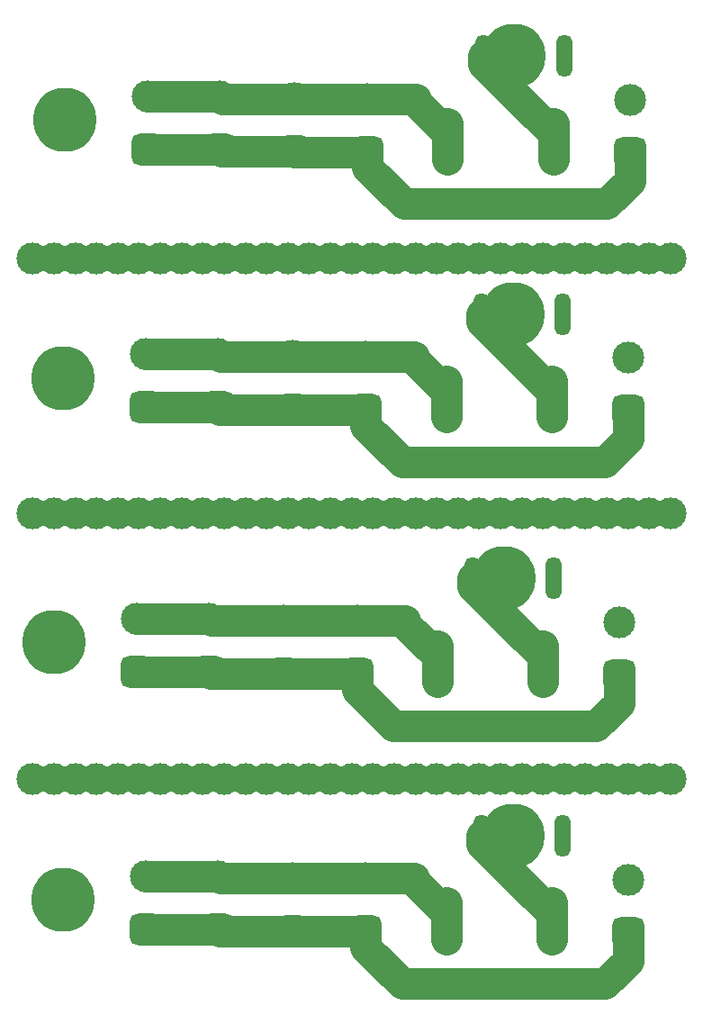
<source format=gbr>
%TF.GenerationSoftware,KiCad,Pcbnew,8.0.6*%
%TF.CreationDate,2024-11-20T20:18:15-05:00*%
%TF.ProjectId,RailsidePDB,5261696c-7369-4646-9550-44422e6b6963,rev?*%
%TF.SameCoordinates,Original*%
%TF.FileFunction,Copper,L2,Bot*%
%TF.FilePolarity,Positive*%
%FSLAX46Y46*%
G04 Gerber Fmt 4.6, Leading zero omitted, Abs format (unit mm)*
G04 Created by KiCad (PCBNEW 8.0.6) date 2024-11-20 20:18:15*
%MOMM*%
%LPD*%
G01*
G04 APERTURE LIST*
G04 Aperture macros list*
%AMRoundRect*
0 Rectangle with rounded corners*
0 $1 Rounding radius*
0 $2 $3 $4 $5 $6 $7 $8 $9 X,Y pos of 4 corners*
0 Add a 4 corners polygon primitive as box body*
4,1,4,$2,$3,$4,$5,$6,$7,$8,$9,$2,$3,0*
0 Add four circle primitives for the rounded corners*
1,1,$1+$1,$2,$3*
1,1,$1+$1,$4,$5*
1,1,$1+$1,$6,$7*
1,1,$1+$1,$8,$9*
0 Add four rect primitives between the rounded corners*
20,1,$1+$1,$2,$3,$4,$5,0*
20,1,$1+$1,$4,$5,$6,$7,0*
20,1,$1+$1,$6,$7,$8,$9,0*
20,1,$1+$1,$8,$9,$2,$3,0*%
G04 Aperture macros list end*
%TA.AperFunction,ComponentPad*%
%ADD10C,3.000000*%
%TD*%
%TA.AperFunction,ComponentPad*%
%ADD11O,6.000000X6.000000*%
%TD*%
%TA.AperFunction,ComponentPad*%
%ADD12RoundRect,0.750000X0.750000X-0.750000X0.750000X0.750000X-0.750000X0.750000X-0.750000X-0.750000X0*%
%TD*%
%TA.AperFunction,ComponentPad*%
%ADD13O,1.500000X4.000000*%
%TD*%
%TA.AperFunction,ComponentPad*%
%ADD14C,2.780000*%
%TD*%
%TA.AperFunction,Conductor*%
%ADD15C,3.000000*%
%TD*%
%TA.AperFunction,Conductor*%
%ADD16C,1.500000*%
%TD*%
G04 APERTURE END LIST*
D10*
%TO.P,,2,-*%
%TO.N,Net-(BT4--)*%
X91000000Y-135000000D03*
%TD*%
%TO.P,,2,-*%
%TO.N,Net-(BT4--)*%
X109000000Y-135000000D03*
%TD*%
%TO.P,,2,-*%
%TO.N,Net-(BT4--)*%
X113000000Y-135000000D03*
%TD*%
%TO.P,,2,-*%
%TO.N,Net-(BT4--)*%
X55000000Y-135000000D03*
%TD*%
%TO.P,,2,-*%
%TO.N,Net-(BT4--)*%
X107000000Y-135000000D03*
%TD*%
%TO.P,,2,-*%
%TO.N,Net-(BT4--)*%
X111000000Y-135000000D03*
%TD*%
%TO.P,,2,-*%
%TO.N,Net-(BT4--)*%
X101000000Y-135000000D03*
%TD*%
%TO.P,,2,-*%
%TO.N,Net-(BT4--)*%
X85000000Y-135000000D03*
%TD*%
%TO.P,,2,-*%
%TO.N,Net-(BT4--)*%
X99000000Y-135000000D03*
%TD*%
%TO.P,,2,-*%
%TO.N,Net-(BT4--)*%
X77000000Y-135000000D03*
%TD*%
%TO.P,,2,-*%
%TO.N,Net-(BT4--)*%
X53000000Y-135000000D03*
%TD*%
%TO.P,,2,-*%
%TO.N,Net-(BT4--)*%
X63000000Y-135000000D03*
%TD*%
%TO.P,,2,-*%
%TO.N,Net-(BT4--)*%
X69000000Y-135000000D03*
%TD*%
%TO.P,,2,-*%
%TO.N,Net-(BT4--)*%
X59000000Y-135000000D03*
%TD*%
%TO.P,,2,-*%
%TO.N,Net-(BT4--)*%
X79000000Y-135000000D03*
%TD*%
%TO.P,,2,-*%
%TO.N,Net-(BT4--)*%
X83000000Y-135000000D03*
%TD*%
%TO.P,,2,-*%
%TO.N,Net-(BT4--)*%
X67000000Y-135000000D03*
%TD*%
%TO.P,,2,-*%
%TO.N,Net-(BT4--)*%
X61000000Y-135000000D03*
%TD*%
%TO.P,,2,-*%
%TO.N,Net-(BT4--)*%
X103000000Y-135000000D03*
%TD*%
%TO.P,,2,-*%
%TO.N,Net-(BT4--)*%
X105000000Y-135000000D03*
%TD*%
%TO.P,,2,-*%
%TO.N,Net-(BT4--)*%
X87000000Y-135000000D03*
%TD*%
%TO.P,,2,-*%
%TO.N,Net-(BT4--)*%
X93000000Y-135000000D03*
%TD*%
%TO.P,,2,-*%
%TO.N,Net-(BT4--)*%
X97000000Y-135000000D03*
%TD*%
%TO.P,,2,-*%
%TO.N,Net-(BT4--)*%
X81000000Y-135000000D03*
%TD*%
%TO.P,,2,-*%
%TO.N,Net-(BT4--)*%
X89000000Y-135000000D03*
%TD*%
%TO.P,,2,-*%
%TO.N,Net-(BT4--)*%
X95000000Y-135000000D03*
%TD*%
%TO.P,,2,-*%
%TO.N,Net-(BT4--)*%
X75000000Y-135000000D03*
%TD*%
%TO.P,,2,-*%
%TO.N,Net-(BT4--)*%
X65000000Y-135000000D03*
%TD*%
%TO.P,,2,-*%
%TO.N,Net-(BT4--)*%
X57000000Y-135000000D03*
%TD*%
%TO.P,,2,-*%
%TO.N,Net-(BT4--)*%
X71000000Y-135000000D03*
%TD*%
%TO.P,,2,-*%
%TO.N,Net-(BT4--)*%
X73000000Y-135000000D03*
%TD*%
%TO.P,,2,-*%
%TO.N,Net-(BT4--)*%
X59000000Y-110000000D03*
%TD*%
%TO.P,,2,-*%
%TO.N,Net-(BT4--)*%
X61000000Y-110000000D03*
%TD*%
%TO.P,,2,-*%
%TO.N,Net-(BT4--)*%
X83000000Y-110000000D03*
%TD*%
%TO.P,,2,-*%
%TO.N,Net-(BT4--)*%
X87000000Y-110000000D03*
%TD*%
%TO.P,,2,-*%
%TO.N,Net-(BT4--)*%
X93000000Y-110000000D03*
%TD*%
%TO.P,,2,-*%
%TO.N,Net-(BT4--)*%
X81000000Y-110000000D03*
%TD*%
%TO.P,,2,-*%
%TO.N,Net-(BT4--)*%
X73000000Y-110000000D03*
%TD*%
%TO.P,,2,-*%
%TO.N,Net-(BT4--)*%
X67000000Y-110000000D03*
%TD*%
%TO.P,,2,-*%
%TO.N,Net-(BT4--)*%
X71000000Y-110000000D03*
%TD*%
%TO.P,,2,-*%
%TO.N,Net-(BT4--)*%
X65000000Y-110000000D03*
%TD*%
%TO.P,,2,-*%
%TO.N,Net-(BT4--)*%
X89000000Y-110000000D03*
%TD*%
%TO.P,,2,-*%
%TO.N,Net-(BT4--)*%
X95000000Y-110000000D03*
%TD*%
%TO.P,,2,-*%
%TO.N,Net-(BT4--)*%
X99000000Y-110000000D03*
%TD*%
%TO.P,,2,-*%
%TO.N,Net-(BT4--)*%
X79000000Y-110000000D03*
%TD*%
%TO.P,,2,-*%
%TO.N,Net-(BT4--)*%
X57000000Y-110000000D03*
%TD*%
%TO.P,,2,-*%
%TO.N,Net-(BT4--)*%
X91000000Y-110000000D03*
%TD*%
%TO.P,,2,-*%
%TO.N,Net-(BT4--)*%
X103000000Y-110000000D03*
%TD*%
%TO.P,,2,-*%
%TO.N,Net-(BT4--)*%
X107000000Y-110000000D03*
%TD*%
%TO.P,,2,-*%
%TO.N,Net-(BT4--)*%
X113000000Y-110000000D03*
%TD*%
%TO.P,,2,-*%
%TO.N,Net-(BT4--)*%
X85000000Y-110000000D03*
%TD*%
%TO.P,,2,-*%
%TO.N,Net-(BT4--)*%
X109000000Y-110000000D03*
%TD*%
%TO.P,,2,-*%
%TO.N,Net-(BT4--)*%
X101000000Y-110000000D03*
%TD*%
%TO.P,,2,-*%
%TO.N,Net-(BT4--)*%
X77000000Y-110000000D03*
%TD*%
%TO.P,,2,-*%
%TO.N,Net-(BT4--)*%
X111000000Y-110000000D03*
%TD*%
%TO.P,,2,-*%
%TO.N,Net-(BT4--)*%
X55000000Y-110000000D03*
%TD*%
%TO.P,,2,-*%
%TO.N,Net-(BT4--)*%
X97000000Y-110000000D03*
%TD*%
%TO.P,,2,-*%
%TO.N,Net-(BT4--)*%
X53000000Y-110000000D03*
%TD*%
%TO.P,,2,-*%
%TO.N,Net-(BT4--)*%
X105000000Y-110000000D03*
%TD*%
%TO.P,,2,-*%
%TO.N,Net-(BT4--)*%
X75000000Y-110000000D03*
%TD*%
%TO.P,,2,-*%
%TO.N,Net-(BT4--)*%
X63000000Y-110000000D03*
%TD*%
%TO.P,,2,-*%
%TO.N,Net-(BT4--)*%
X69000000Y-110000000D03*
%TD*%
D11*
%TO.P,,2,B*%
%TO.N,N/C*%
X55840000Y-146300000D03*
%TD*%
D12*
%TO.P,BT4,1,+*%
%TO.N,Net-(BT1-+)*%
X109000000Y-149410000D03*
D10*
%TO.P,BT4,2,-*%
%TO.N,Net-(BT4--)*%
X109000000Y-144410000D03*
%TD*%
D12*
%TO.P,BT1,1,+*%
%TO.N,Net-(BT1-+)*%
X84340000Y-149300000D03*
D10*
%TO.P,BT1,2,-*%
%TO.N,Net-(BT1--)*%
X84340000Y-144300000D03*
%TD*%
D12*
%TO.P,BT5,1,+*%
%TO.N,Net-(BT1-+)*%
X63615000Y-149075000D03*
D10*
%TO.P,BT5,2,-*%
%TO.N,Net-(BT1--)*%
X63615000Y-144075000D03*
%TD*%
D12*
%TO.P,BT2,1,+*%
%TO.N,Net-(BT1-+)*%
X77440000Y-149250000D03*
D10*
%TO.P,BT2,2,-*%
%TO.N,Net-(BT1--)*%
X77440000Y-144250000D03*
%TD*%
D13*
%TO.P,SW1,1,A*%
%TO.N,Net-(SW1-A)*%
X95220000Y-140300000D03*
%TO.P,SW1,2,B*%
%TO.N,Net-(BT4--)*%
X102840000Y-140300000D03*
%TD*%
D12*
%TO.P,BT3,1,+*%
%TO.N,Net-(BT1-+)*%
X70415000Y-149075000D03*
D10*
%TO.P,BT3,2,-*%
%TO.N,Net-(BT1--)*%
X70415000Y-144075000D03*
%TD*%
D14*
%TO.P,Fuse,1*%
%TO.N,Net-(BT1--)*%
X91880000Y-146600000D03*
X91880000Y-150000000D03*
%TO.P,Fuse,2*%
%TO.N,Net-(SW1-A)*%
X101800000Y-146600000D03*
X101800000Y-150000000D03*
%TD*%
D11*
%TO.P,,2,B*%
%TO.N,N/C*%
X98145000Y-140300000D03*
%TD*%
%TO.P,,2,B*%
%TO.N,N/C*%
X55000000Y-122100000D03*
%TD*%
D12*
%TO.P,BT4,1,+*%
%TO.N,Net-(BT1-+)*%
X108160000Y-125210000D03*
D10*
%TO.P,BT4,2,-*%
%TO.N,Net-(BT4--)*%
X108160000Y-120210000D03*
%TD*%
D12*
%TO.P,BT1,1,+*%
%TO.N,Net-(BT1-+)*%
X83500000Y-125100000D03*
D10*
%TO.P,BT1,2,-*%
%TO.N,Net-(BT1--)*%
X83500000Y-120100000D03*
%TD*%
D12*
%TO.P,BT5,1,+*%
%TO.N,Net-(BT1-+)*%
X62775000Y-124875000D03*
D10*
%TO.P,BT5,2,-*%
%TO.N,Net-(BT1--)*%
X62775000Y-119875000D03*
%TD*%
D12*
%TO.P,BT2,1,+*%
%TO.N,Net-(BT1-+)*%
X76600000Y-125050000D03*
D10*
%TO.P,BT2,2,-*%
%TO.N,Net-(BT1--)*%
X76600000Y-120050000D03*
%TD*%
D13*
%TO.P,SW1,1,A*%
%TO.N,Net-(SW1-A)*%
X94380000Y-116100000D03*
%TO.P,SW1,2,B*%
%TO.N,Net-(BT4--)*%
X102000000Y-116100000D03*
%TD*%
D12*
%TO.P,BT3,1,+*%
%TO.N,Net-(BT1-+)*%
X69575000Y-124875000D03*
D10*
%TO.P,BT3,2,-*%
%TO.N,Net-(BT1--)*%
X69575000Y-119875000D03*
%TD*%
D14*
%TO.P,Fuse,1*%
%TO.N,Net-(BT1--)*%
X91040000Y-122400000D03*
X91040000Y-125800000D03*
%TO.P,Fuse,2*%
%TO.N,Net-(SW1-A)*%
X100960000Y-122400000D03*
X100960000Y-125800000D03*
%TD*%
D11*
%TO.P,,2,B*%
%TO.N,N/C*%
X97305000Y-116100000D03*
%TD*%
%TO.P,,2,B*%
%TO.N,N/C*%
X55840000Y-97260000D03*
%TD*%
D12*
%TO.P,BT4,1,+*%
%TO.N,Net-(BT1-+)*%
X109000000Y-100370000D03*
D10*
%TO.P,BT4,2,-*%
%TO.N,Net-(BT4--)*%
X109000000Y-95370000D03*
%TD*%
D12*
%TO.P,BT1,1,+*%
%TO.N,Net-(BT1-+)*%
X84340000Y-100260000D03*
D10*
%TO.P,BT1,2,-*%
%TO.N,Net-(BT1--)*%
X84340000Y-95260000D03*
%TD*%
D12*
%TO.P,BT5,1,+*%
%TO.N,Net-(BT1-+)*%
X63615000Y-100035000D03*
D10*
%TO.P,BT5,2,-*%
%TO.N,Net-(BT1--)*%
X63615000Y-95035000D03*
%TD*%
D12*
%TO.P,BT2,1,+*%
%TO.N,Net-(BT1-+)*%
X77440000Y-100210000D03*
D10*
%TO.P,BT2,2,-*%
%TO.N,Net-(BT1--)*%
X77440000Y-95210000D03*
%TD*%
D13*
%TO.P,SW1,1,A*%
%TO.N,Net-(SW1-A)*%
X95220000Y-91260000D03*
%TO.P,SW1,2,B*%
%TO.N,Net-(BT4--)*%
X102840000Y-91260000D03*
%TD*%
D12*
%TO.P,BT3,1,+*%
%TO.N,Net-(BT1-+)*%
X70415000Y-100035000D03*
D10*
%TO.P,BT3,2,-*%
%TO.N,Net-(BT1--)*%
X70415000Y-95035000D03*
%TD*%
D14*
%TO.P,Fuse,1*%
%TO.N,Net-(BT1--)*%
X91880000Y-97560000D03*
X91880000Y-100960000D03*
%TO.P,Fuse,2*%
%TO.N,Net-(SW1-A)*%
X101800000Y-97560000D03*
X101800000Y-100960000D03*
%TD*%
D11*
%TO.P,,2,B*%
%TO.N,N/C*%
X98145000Y-91260000D03*
%TD*%
%TO.P,,2,B*%
%TO.N,N/C*%
X56000000Y-73000000D03*
%TD*%
%TO.P,,2,B*%
%TO.N,N/C*%
X98305000Y-67000000D03*
%TD*%
D14*
%TO.P,Fuse,2*%
%TO.N,Net-(SW1-A)*%
X101960000Y-76700000D03*
X101960000Y-73300000D03*
%TO.P,Fuse,1*%
%TO.N,Net-(BT1--)*%
X92040000Y-76700000D03*
X92040000Y-73300000D03*
%TD*%
D10*
%TO.P,BT5,2,-*%
%TO.N,Net-(BT1--)*%
X63775000Y-70775000D03*
D12*
%TO.P,BT5,1,+*%
%TO.N,Net-(BT1-+)*%
X63775000Y-75775000D03*
%TD*%
D10*
%TO.P,BT4,2,-*%
%TO.N,Net-(BT4--)*%
X109160000Y-71110000D03*
D12*
%TO.P,BT4,1,+*%
%TO.N,Net-(BT1-+)*%
X109160000Y-76110000D03*
%TD*%
D10*
%TO.P,BT3,2,-*%
%TO.N,Net-(BT1--)*%
X70575000Y-70775000D03*
D12*
%TO.P,BT3,1,+*%
%TO.N,Net-(BT1-+)*%
X70575000Y-75775000D03*
%TD*%
D10*
%TO.P,BT2,2,-*%
%TO.N,Net-(BT1--)*%
X77600000Y-70950000D03*
D12*
%TO.P,BT2,1,+*%
%TO.N,Net-(BT1-+)*%
X77600000Y-75950000D03*
%TD*%
D10*
%TO.P,BT1,2,-*%
%TO.N,Net-(BT1--)*%
X84500000Y-71000000D03*
D12*
%TO.P,BT1,1,+*%
%TO.N,Net-(BT1-+)*%
X84500000Y-76000000D03*
%TD*%
D13*
%TO.P,SW1,2,B*%
%TO.N,Net-(BT4--)*%
X103000000Y-67000000D03*
%TO.P,SW1,1,A*%
%TO.N,Net-(SW1-A)*%
X95380000Y-67000000D03*
%TD*%
D10*
%TO.P,,2,-*%
%TO.N,Net-(BT4--)*%
X65000000Y-86000000D03*
%TD*%
%TO.P,,2,-*%
%TO.N,Net-(BT4--)*%
X83000000Y-86000000D03*
%TD*%
%TO.P,,2,-*%
%TO.N,Net-(BT4--)*%
X73000000Y-86000000D03*
%TD*%
%TO.P,,2,-*%
%TO.N,Net-(BT4--)*%
X59000000Y-86000000D03*
%TD*%
%TO.P,,2,-*%
%TO.N,Net-(BT4--)*%
X61000000Y-86000000D03*
%TD*%
%TO.P,,2,-*%
%TO.N,Net-(BT4--)*%
X69000000Y-86000000D03*
%TD*%
%TO.P,,2,-*%
%TO.N,Net-(BT4--)*%
X87000000Y-86000000D03*
%TD*%
%TO.P,,2,-*%
%TO.N,Net-(BT4--)*%
X93000000Y-86000000D03*
%TD*%
%TO.P,,2,-*%
%TO.N,Net-(BT4--)*%
X81000000Y-86000000D03*
%TD*%
%TO.P,,2,-*%
%TO.N,Net-(BT4--)*%
X67000000Y-86000000D03*
%TD*%
%TO.P,,2,-*%
%TO.N,Net-(BT4--)*%
X71000000Y-86000000D03*
%TD*%
%TO.P,,2,-*%
%TO.N,Net-(BT4--)*%
X89000000Y-86000000D03*
%TD*%
%TO.P,,2,-*%
%TO.N,Net-(BT4--)*%
X95000000Y-86000000D03*
%TD*%
%TO.P,,2,-*%
%TO.N,Net-(BT4--)*%
X63000000Y-86000000D03*
%TD*%
%TO.P,,2,-*%
%TO.N,Net-(BT4--)*%
X99000000Y-86000000D03*
%TD*%
%TO.P,,2,-*%
%TO.N,Net-(BT4--)*%
X79000000Y-86000000D03*
%TD*%
%TO.P,,2,-*%
%TO.N,Net-(BT4--)*%
X57000000Y-86000000D03*
%TD*%
%TO.P,,2,-*%
%TO.N,Net-(BT4--)*%
X91000000Y-86000000D03*
%TD*%
%TO.P,,2,-*%
%TO.N,Net-(BT4--)*%
X103000000Y-86000000D03*
%TD*%
%TO.P,,2,-*%
%TO.N,Net-(BT4--)*%
X107000000Y-86000000D03*
%TD*%
%TO.P,,2,-*%
%TO.N,Net-(BT4--)*%
X101000000Y-86000000D03*
%TD*%
%TO.P,,2,-*%
%TO.N,Net-(BT4--)*%
X77000000Y-86000000D03*
%TD*%
%TO.P,,2,-*%
%TO.N,Net-(BT4--)*%
X113000000Y-86000000D03*
%TD*%
%TO.P,,2,-*%
%TO.N,Net-(BT4--)*%
X85000000Y-86000000D03*
%TD*%
%TO.P,,2,-*%
%TO.N,Net-(BT4--)*%
X109000000Y-86000000D03*
%TD*%
%TO.P,,2,-*%
%TO.N,Net-(BT4--)*%
X111000000Y-86000000D03*
%TD*%
%TO.P,,2,-*%
%TO.N,Net-(BT4--)*%
X55000000Y-86000000D03*
%TD*%
%TO.P,,2,-*%
%TO.N,Net-(BT4--)*%
X97000000Y-86000000D03*
%TD*%
%TO.P,,2,-*%
%TO.N,Net-(BT4--)*%
X53000000Y-86000000D03*
%TD*%
%TO.P,,2,-*%
%TO.N,Net-(BT4--)*%
X105000000Y-86000000D03*
%TD*%
%TO.P,,2,-*%
%TO.N,Net-(BT4--)*%
X75000000Y-86000000D03*
%TD*%
D15*
%TO.N,Net-(BT1-+)*%
X77440000Y-149250000D02*
X70590000Y-149250000D01*
X84340000Y-150800000D02*
X84340000Y-149300000D01*
X106840000Y-154200000D02*
X87740000Y-154200000D01*
X87740000Y-154200000D02*
X84340000Y-150800000D01*
%TO.N,Net-(BT1--)*%
X63615000Y-144075000D02*
X70415000Y-144075000D01*
%TO.N,Net-(BT1-+)*%
X77490000Y-149300000D02*
X77440000Y-149250000D01*
D16*
%TO.N,Net-(BT1--)*%
X70640000Y-144300000D02*
X70415000Y-144075000D01*
D15*
%TO.N,Net-(BT1-+)*%
X109000000Y-149410000D02*
X109000000Y-152040000D01*
%TO.N,Net-(BT1--)*%
X84340000Y-144300000D02*
X70640000Y-144300000D01*
%TO.N,Net-(BT1-+)*%
X70415000Y-149075000D02*
X63615000Y-149075000D01*
D16*
%TO.N,Net-(BT1--)*%
X77490000Y-144300000D02*
X77440000Y-144250000D01*
D15*
X88840000Y-144300000D02*
X84340000Y-144300000D01*
%TO.N,Net-(BT1-+)*%
X70590000Y-149250000D02*
X70415000Y-149075000D01*
X109000000Y-152040000D02*
X106840000Y-154200000D01*
%TO.N,Net-(SW1-A)*%
X95220000Y-141020000D02*
X101800000Y-147600000D01*
%TO.N,Net-(BT1-+)*%
X84340000Y-149300000D02*
X77490000Y-149300000D01*
%TO.N,Net-(SW1-A)*%
X101800000Y-146600000D02*
X101800000Y-150000000D01*
%TO.N,Net-(BT1--)*%
X91880000Y-147600000D02*
X88840000Y-144560000D01*
X88840000Y-144560000D02*
X88840000Y-144300000D01*
X91880000Y-146600000D02*
X91880000Y-150000000D01*
%TO.N,Net-(SW1-A)*%
X95220000Y-140300000D02*
X95220000Y-141020000D01*
%TO.N,Net-(BT1-+)*%
X76600000Y-125050000D02*
X69750000Y-125050000D01*
X83500000Y-126600000D02*
X83500000Y-125100000D01*
X106000000Y-130000000D02*
X86900000Y-130000000D01*
X86900000Y-130000000D02*
X83500000Y-126600000D01*
%TO.N,Net-(BT1--)*%
X62775000Y-119875000D02*
X69575000Y-119875000D01*
%TO.N,Net-(BT1-+)*%
X76650000Y-125100000D02*
X76600000Y-125050000D01*
D16*
%TO.N,Net-(BT1--)*%
X69800000Y-120100000D02*
X69575000Y-119875000D01*
D15*
%TO.N,Net-(BT1-+)*%
X108160000Y-125210000D02*
X108160000Y-127840000D01*
%TO.N,Net-(BT1--)*%
X83500000Y-120100000D02*
X69800000Y-120100000D01*
%TO.N,Net-(BT1-+)*%
X69575000Y-124875000D02*
X62775000Y-124875000D01*
D16*
%TO.N,Net-(BT1--)*%
X76650000Y-120100000D02*
X76600000Y-120050000D01*
D15*
X88000000Y-120100000D02*
X83500000Y-120100000D01*
%TO.N,Net-(BT1-+)*%
X69750000Y-125050000D02*
X69575000Y-124875000D01*
X108160000Y-127840000D02*
X106000000Y-130000000D01*
%TO.N,Net-(SW1-A)*%
X94380000Y-116820000D02*
X100960000Y-123400000D01*
%TO.N,Net-(BT1-+)*%
X83500000Y-125100000D02*
X76650000Y-125100000D01*
%TO.N,Net-(SW1-A)*%
X100960000Y-122400000D02*
X100960000Y-125800000D01*
%TO.N,Net-(BT1--)*%
X91040000Y-123400000D02*
X88000000Y-120360000D01*
X88000000Y-120360000D02*
X88000000Y-120100000D01*
X91040000Y-122400000D02*
X91040000Y-125800000D01*
%TO.N,Net-(SW1-A)*%
X94380000Y-116100000D02*
X94380000Y-116820000D01*
%TO.N,Net-(BT1-+)*%
X77440000Y-100210000D02*
X70590000Y-100210000D01*
X84340000Y-101760000D02*
X84340000Y-100260000D01*
X106840000Y-105160000D02*
X87740000Y-105160000D01*
X87740000Y-105160000D02*
X84340000Y-101760000D01*
%TO.N,Net-(BT1--)*%
X63615000Y-95035000D02*
X70415000Y-95035000D01*
%TO.N,Net-(BT1-+)*%
X77490000Y-100260000D02*
X77440000Y-100210000D01*
D16*
%TO.N,Net-(BT1--)*%
X70640000Y-95260000D02*
X70415000Y-95035000D01*
D15*
%TO.N,Net-(BT1-+)*%
X109000000Y-100370000D02*
X109000000Y-103000000D01*
%TO.N,Net-(BT1--)*%
X84340000Y-95260000D02*
X70640000Y-95260000D01*
%TO.N,Net-(BT1-+)*%
X70415000Y-100035000D02*
X63615000Y-100035000D01*
D16*
%TO.N,Net-(BT1--)*%
X77490000Y-95260000D02*
X77440000Y-95210000D01*
D15*
X88840000Y-95260000D02*
X84340000Y-95260000D01*
%TO.N,Net-(BT1-+)*%
X70590000Y-100210000D02*
X70415000Y-100035000D01*
X109000000Y-103000000D02*
X106840000Y-105160000D01*
%TO.N,Net-(SW1-A)*%
X95220000Y-91980000D02*
X101800000Y-98560000D01*
%TO.N,Net-(BT1-+)*%
X84340000Y-100260000D02*
X77490000Y-100260000D01*
%TO.N,Net-(SW1-A)*%
X101800000Y-97560000D02*
X101800000Y-100960000D01*
%TO.N,Net-(BT1--)*%
X91880000Y-98560000D02*
X88840000Y-95520000D01*
X88840000Y-95520000D02*
X88840000Y-95260000D01*
X91880000Y-97560000D02*
X91880000Y-100960000D01*
%TO.N,Net-(SW1-A)*%
X95220000Y-91260000D02*
X95220000Y-91980000D01*
X101960000Y-73300000D02*
X101960000Y-76700000D01*
%TO.N,Net-(BT1--)*%
X92040000Y-73300000D02*
X92040000Y-76700000D01*
%TO.N,Net-(BT1-+)*%
X87900000Y-80900000D02*
X84500000Y-77500000D01*
X84500000Y-77500000D02*
X84500000Y-76000000D01*
X109160000Y-78740000D02*
X107000000Y-80900000D01*
X109160000Y-76110000D02*
X109160000Y-78740000D01*
X107000000Y-80900000D02*
X87900000Y-80900000D01*
D16*
%TO.N,Net-(BT1--)*%
X70800000Y-71000000D02*
X70575000Y-70775000D01*
D15*
X84500000Y-71000000D02*
X70800000Y-71000000D01*
X63775000Y-70775000D02*
X70575000Y-70775000D01*
D16*
X77650000Y-71000000D02*
X77600000Y-70950000D01*
D15*
%TO.N,Net-(BT1-+)*%
X70575000Y-75775000D02*
X63775000Y-75775000D01*
X70750000Y-75950000D02*
X70575000Y-75775000D01*
X77600000Y-75950000D02*
X70750000Y-75950000D01*
X77650000Y-76000000D02*
X77600000Y-75950000D01*
X84500000Y-76000000D02*
X77650000Y-76000000D01*
%TO.N,Net-(BT1--)*%
X89000000Y-71000000D02*
X84500000Y-71000000D01*
X89000000Y-71260000D02*
X89000000Y-71000000D01*
X92040000Y-74300000D02*
X89000000Y-71260000D01*
%TO.N,Net-(SW1-A)*%
X95380000Y-67720000D02*
X101960000Y-74300000D01*
X95380000Y-67000000D02*
X95380000Y-67720000D01*
%TD*%
M02*

</source>
